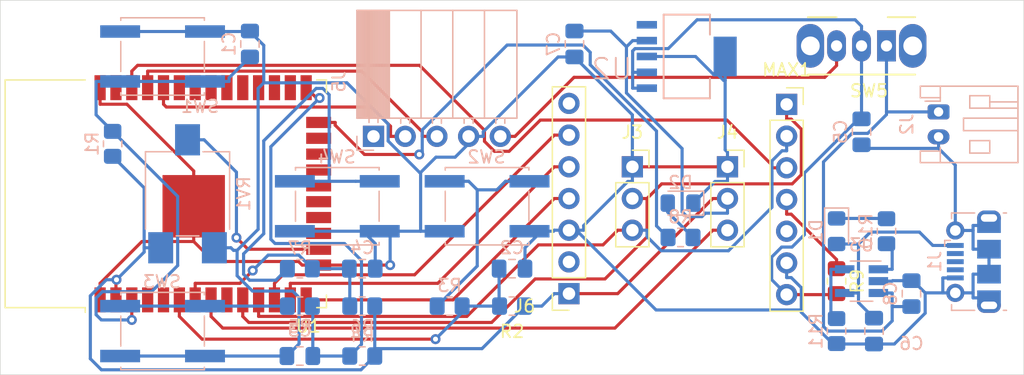
<source format=kicad_pcb>
(kicad_pcb (version 20211014) (generator pcbnew)
  (layers (0 "F.Cu" signal) (31 "B.Cu" signal) (34 "B.Paste" user) (35 "F.Paste" user) (36 "B.SilkS" user "B.Silkscreen") (37 "F.SilkS" user "F.Silkscreen") (38 "B.Mask" user) (39 "F.Mask" user) (44 "Edge.Cuts" user))
  (net 0 "")
  (net 1 "GND")
  (net 2 "Net-(C1-Pad2)")
  (net 3 "MT")
  (net 4 "Net-(C3-Pad1)")
  (net 5 "BT")
  (net 6 "VPP")
  (net 7 "+5V")
  (net 8 "+3V3")
  (net 9 "+BATT")
  (net 10 "Net-(D1-Pad1)")
  (net 14 "LRC")
  (net 15 "BCLK")
  (net 16 "D_MIC")
  (net 18 "RXD0")
  (net 19 "TXD0")
  (net 20 "+5VA")
  (net 22 "Zout")
  (net 23 "Yout")
  (net 24 "Xout")
  (net 26 "D_AMP")
  (net 27 "Net-(MAX1-Pad4)")
  (net 29 "Net-(R3-Pad2)")
  (net 30 "Net-(R5-Pad1)")
  (net 31 "Net-(R7-Pad2)")
  (net 32 "Net-(R10-Pad2)")
  (net 33 "Net-(R11-Pad1)")
  (net 34 "VOL")
  (net 45 "Net-(D2-Pad2)")
  (net 56 "LED")
  (footprint "Connector_PinSocket_2.54mm:PinSocket_1x03_P2.54mm_Vertical" (layer "F.Cu") (at 156.64 72.84)
    (fp_text reference "J3")
    (fp_text value "Conn_01x03_Female")
  )
  (footprint "RF_Module:ESP32-WROOM-32" (layer "F.Cu") (at 122.25 75 90)
    (fp_text reference "U1")
    (fp_text value "ESP32-WROOM-32")
  )
  (footprint "Connector_PinSocket_2.54mm:PinSocket_1x07_P2.54mm_Vertical" (layer "F.Cu") (at 151.56 83 180)
    (fp_text reference "J6")
    (fp_text value "Conn_01x07_Female")
  )
  (footprint "Resistor_SMD:R_0805_2012Metric_Pad1.20x1.40mm_HandSolder" (layer "F.Cu") (at 173 82 -90)
    (fp_text reference "R9")
    (fp_text value "10k")
  )
  (footprint "Button_Switch_THT:SW_CuK_OS102011MA1QN1_SPDT_Angled" (layer "F.Cu") (at 177 63.15 180)
    (fp_text reference "SW5")
    (fp_text value "SW_SPDT")
  )
  (footprint "Connector_PinSocket_2.54mm:PinSocket_1x03_P2.54mm_Vertical" (layer "F.Cu") (at 164.26 72.84)
    (fp_text reference "J4")
    (fp_text value "Conn_01x03_Female")
  )
  (footprint "Connector_PinSocket_2.54mm:PinSocket_1x07_P2.54mm_Vertical" (layer "F.Cu") (at 169 67.84)
    (fp_text reference "MAX1")
    (fp_text value "Conn_01x07_Female")
  )
  (footprint "Resistor_SMD:R_0805_2012Metric_Pad1.20x1.40mm_HandSolder" (layer "B.Cu") (at 130 84)
    (fp_text reference "R5")
    (fp_text value "470")
  )
  (footprint "Package_TO_SOT_SMD:SOT-23-5_HandSoldering" (layer "B.Cu") (at 175 82 180)
    (fp_text reference "U3")
    (fp_text value "MCP73831-2-OT")
  )
  (footprint "Connector_JST:JST_PH_S2B-PH-K_1x02_P2.00mm_Horizontal" (layer "B.Cu") (at 181.1725 68.44 -90)
    (fp_text reference "J2")
    (fp_text value "Conn_01x02_Female")
  )
  (footprint "Capacitor_SMD:C_0805_2012Metric_Pad1.18x1.45mm_HandSolder" (layer "B.Cu") (at 152 63 -90)
    (fp_text reference "C7")
    (fp_text value "10uF")
  )
  (footprint "LED_SMD:LED_0805_2012Metric_Pad1.15x1.40mm_HandSolder" (layer "B.Cu") (at 160.5 75.75 180)
    (fp_text reference "D2")
    (fp_text value "LED")
  )
  (footprint "Capacitor_SMD:C_0805_2012Metric_Pad1.18x1.45mm_HandSolder" (layer "B.Cu") (at 126 63 -90)
    (fp_text reference "C1")
    (fp_text value "100n")
  )
  (footprint "Button_Switch_SMD:SW_SPST_EVQQ2" (layer "B.Cu") (at 119 86 180)
    (fp_text reference "SW3")
    (fp_text value "BOOT")
  )
  (footprint "Button_Switch_SMD:SW_SPST_EVQQ2" (layer "B.Cu") (at 145 76 180)
    (fp_text reference "SW2")
    (fp_text value "MT")
  )
  (footprint "Capacitor_SMD:C_0805_2012Metric_Pad1.18x1.45mm_HandSolder" (layer "B.Cu") (at 179 83 -90)
    (fp_text reference "C8")
    (fp_text value "4.7uF")
  )
  (footprint "Capacitor_SMD:C_0805_2012Metric_Pad1.18x1.45mm_HandSolder" (layer "B.Cu") (at 147 81 180)
    (fp_text reference "C2")
    (fp_text value "100n")
  )
  (footprint "Resistor_SMD:R_0805_2012Metric_Pad1.20x1.40mm_HandSolder" (layer "B.Cu") (at 142 84 180)
    (fp_text reference "R3")
    (fp_text value "5.1k")
  )
  (footprint "Resistor_SMD:R_0805_2012Metric_Pad1.20x1.40mm_HandSolder" (layer "B.Cu") (at 130 81 180)
    (fp_text reference "R7")
    (fp_text value "5.1k")
  )
  (footprint "Connector_USB:USB_Micro-B_Molex-105017-0001" (layer "B.Cu") (at 183.975 80.44 -90)
    (fp_text reference "J1")
    (fp_text value "USB_B_Micro")
  )
  (footprint "Button_Switch_SMD:SW_SPST_EVQQ2" (layer "B.Cu") (at 119 64 180)
    (fp_text reference "SW1")
    (fp_text value "EN")
  )
  (footprint "Capacitor_SMD:C_0805_2012Metric_Pad1.18x1.45mm_HandSolder" (layer "B.Cu") (at 135 81 180)
    (fp_text reference "C4")
    (fp_text value "100n")
  )
  (footprint "Resistor_SMD:R_0805_2012Metric_Pad1.20x1.40mm_HandSolder" (layer "B.Cu") (at 160.5 78.5 180)
    (fp_text reference "R8")
    (fp_text value "470")
  )
  (footprint "Resistor_SMD:R_0805_2012Metric_Pad1.20x1.40mm_HandSolder" (layer "B.Cu") (at 173 86 -90)
    (fp_text reference "R11")
    (fp_text value "3.3k")
  )
  (footprint "Capacitor_SMD:C_0805_2012Metric_Pad1.18x1.45mm_HandSolder" (layer "B.Cu") (at 175 70.0375 -90)
    (fp_text reference "C5")
    (fp_text value "4.7u")
  )
  (footprint "Resistor_SMD:R_0805_2012Metric_Pad1.20x1.40mm_HandSolder" (layer "B.Cu") (at 177 78 -90)
    (fp_text reference "R10")
    (fp_text value "470")
  )
  (footprint "Resistor_SMD:R_0805_2012Metric_Pad1.20x1.40mm_HandSolder" (layer "B.Cu") (at 147 84)
    (fp_text reference "R2")
    (fp_text value "51k")
  )
  (footprint "LED_SMD:LED_0805_2012Metric_Pad1.15x1.40mm_HandSolder" (layer "B.Cu") (at 173 78 -90)
    (fp_text reference "D1")
    (fp_text value "LED")
  )
  (footprint "Resistor_SMD:R_0805_2012Metric_Pad1.20x1.40mm_HandSolder" (layer "B.Cu") (at 135 88 180)
    (fp_text reference "R4")
    (fp_text value "10k")
  )
  (footprint "Button_Switch_SMD:SW_SPST_EVQQ2" (layer "B.Cu") (at 133 76 180)
    (fp_text reference "SW4")
    (fp_text value "BT")
  )
  (footprint "Connector_PinSocket_2.54mm:PinSocket_1x05_P2.54mm_Horizontal" (layer "B.Cu") (at 135.9 70.4 -90)
    (fp_text reference "J5")
    (fp_text value "Conn_01x05_Female")
  )
  (footprint "MCP1825T-3302E_DC:SOT230P700X180-6N" (layer "B.Cu") (at 161 64)
    (fp_text reference "U2")
    (fp_text value "MCP1825T-3302E/DC")
  )
  (footprint "Capacitor_SMD:C_0805_2012Metric_Pad1.18x1.45mm_HandSolder" (layer "B.Cu") (at 130 88 180)
    (fp_text reference "C3")
    (fp_text value "100n")
  )
  (footprint "Resistor_SMD:R_0805_2012Metric_Pad1.20x1.40mm_HandSolder" (layer "B.Cu") (at 135 84)
    (fp_text reference "R6")
    (fp_text value "51k")
  )
  (footprint "Resistor_SMD:R_0805_2012Metric_Pad1.20x1.40mm_HandSolder" (layer "B.Cu") (at 115 71 -90)
    (fp_text reference "R1")
    (fp_text value "10k")
  )
  (footprint "Capacitor_SMD:C_0805_2012Metric_Pad1.18x1.45mm_HandSolder" (layer "B.Cu") (at 176 86 -90)
    (fp_text reference "C6")
    (fp_text value "4.7uF")
  )
  (footprint "Potentiometer_SMD:Potentiometer_ACP_CA6-VSMD_Vertical" (layer "B.Cu") (at 121 75 90)
    (fp_text reference "RV1")
    (fp_text value "R_Potentiometer")
  )
  (gr_rect (start 106 59.5) (end 188 89.5) (layer "Edge.Cuts") (width 0.05) (fill none))
  (segment (start 113.995 82.1741) (end 117.3438 78.8253) (width 0.25) (layer "F.Cu") (net 1))
  (segment (start 123.0955 80.4258) (end 121.495 78.8253) (width 0.25) (layer "F.Cu") (net 1))
  (segment (start 113.995 67.8253) (end 116.1456 67.8253) (width 0.25) (layer "F.Cu") (net 1))
  (segment (start 131.505 80.715) (end 130.1797 80.715) (width 0.25) (layer "F.Cu") (net 1))
  (segment (start 121.495 76) (end 121.495 78.8253) (width 0.25) (layer "F.Cu") (net 1))
  (segment (start 113.995 82.1747) (end 113.995 82.1741) (width 0.25) (layer "F.Cu") (net 1))
  (segment (start 113.995 83.5) (end 113.995 82.1747) (width 0.25) (layer "F.Cu") (net 1))
  (segment (start 131.505 80.715) (end 137.233 80.715) (width 0.25) (layer "F.Cu") (net 1))
  (segment (start 117.3438 78.8253) (end 121.495 78.8253) (width 0.25) (layer "F.Cu") (net 1))
  (segment (start 121.495 76) (end 121.495 73.1747) (width 0.25) (layer "F.Cu") (net 1))
  (segment (start 129.8905 80.4258) (end 123.0955 80.4258) (width 0.25) (layer "F.Cu") (net 1))
  (segment (start 130.1797 80.715) (end 129.8905 80.4258) (width 0.25) (layer "F.Cu") (net 1))
  (segment (start 113.995 66.5) (end 113.995 67.8253) (width 0.25) (layer "F.Cu") (net 1))
  (segment (start 164.26 72.84) (end 156.64 72.84) (width 0.25) (layer "F.Cu") (net 1))
  (segment (start 116.1456 67.8253) (end 121.495 73.1747) (width 0.25) (layer "F.Cu") (net 1))
  (via (at 137.233 80.715) (size 0.8) (drill 0.4) (layers "F.Cu" "B.Cu") (net 1))
  (segment (start 185.2125 81.44) (end 185.2125 80.3647) (width 0.25) (layer "B.Cu") (net 1))
  (segment (start 164.0734 71.4781) (end 164.26 71.6647) (width 0.25) (layer "B.Cu") (net 1))
  (segment (start 127.1058 63.1058) (end 126 62) (width 0.25) (layer "B.Cu") (net 1))
  (segment (start 135.4374 78) (end 135.0494 78) (width 0.25) (layer "B.Cu") (net 1))
  (segment (start 139.6747 73.2937) (end 139.5918 73.2937) (width 0.25) (layer "B.Cu") (net 1))
  (segment (start 163.947 65.9128) (end 163.4967 65.4625) (width 0.25) (layer "B.Cu") (net 1))
  (segment (start 169.3674 81.7153) (end 170.1753 82.5232) (width 0.25) (layer "B.Cu") (net 1))
  (segment (start 170.1753 82.5232) (end 170.1753 84.3099) (width 0.25) (layer "B.Cu") (net 1))
  (segment (start 185.2125 83.34) (end 183.9372 83.34) (width 0.25) (layer "B.Cu") (net 1))
  (segment (start 173 87) (end 173.0375 87.0375) (width 0.25) (layer "B.Cu") (net 1))
  (segment (start 124.9721 79.5317) (end 126.6555 77.8483) (width 0.25) (layer "B.Cu") (net 1))
  (segment (start 129.9358 83.3094) (end 129.9358 87.0267) (width 0.25) (layer "B.Cu") (net 1))
  (segment (start 183.9372 77.94) (end 183.9372 77.54) (width 0.25) (layer "B.Cu") (net 1))
  (segment (start 164.0734 65.9128) (end 163.947 65.9128) (width 0.25) (layer "B.Cu") (net 1))
  (segment (start 126.6555 77.8483) (end 126.6555 66.5585) (width 0.25) (layer "B.Cu") (net 1))
  (segment (start 182.5125 77.94) (end 183.9372 77.94) (width 0.25) (layer "B.Cu") (net 1))
  (segment (start 184.5749 79.44) (end 185.2124 80.0775) (width 0.25) (layer "B.Cu") (net 1))
  (segment (start 122.4 62) (end 124.3253 62) (width 0.25) (layer "B.Cu") (net 1))
  (segment (start 176.35 82) (end 177.4553 82) (width 0.25) (layer "B.Cu") (net 1))
  (segment (start 124.9721 79.5317) (end 124.9721 81.5666) (width 0.25) (layer "B.Cu") (net 1))
  (segment (start 185.2125 79.44) (end 184.5749 79.44) (width 0.25) (layer "B.Cu") (net 1))
  (segment (start 183.9372 82.94) (end 183.9372 81.44) (width 0.25) (layer "B.Cu") (net 1))
  (segment (start 143.52 70.4) (end 144.1077 70.4) (width 0.25) (layer "B.Cu") (net 1))
  (segment (start 123.15 79.325) (end 124.4753 79.325) (width 0.25) (layer "B.Cu") (net 1))
  (segment (start 182.5125 72.7053) (end 181.1725 71.3653) (width 0.25) (layer "B.Cu") (net 1))
  (segment (start 126 62) (end 126 61.9625) (width 0.25) (layer "B.Cu") (net 1))
  (segment (start 161.7017 64) (end 157.7996 64) (width 0.25) (layer "B.Cu") (net 1))
  (segment (start 137.233 78) (end 139.6747 78) (width 0.25) (layer "B.Cu") (net 1))
  (segment (start 184.5749 77.54) (end 184.6125 77.54) (width 0.25) (layer "B.Cu") (net 1))
  (segment (start 150.3253 78) (end 150.3253 77.9794) (width 0.25) (layer "B.Cu") (net 1))
  (segment (start 170.1753 84.3099) (end 170.1753 84.4947) (width 0.25) (layer "B.Cu") (net 1))
  (segment (start 185.2125 81.44) (end 183.9372 81.44) (width 0.25) (layer "B.Cu") (net 1))
  (segment (start 184.5749 77.54) (end 183.9372 77.54) (width 0.25) (layer "B.Cu") (net 1))
  (segment (start 149.3627 78) (end 148.0375 79.3252) (width 0.25) (layer "B.Cu") (net 1))
  (segment (start 177.4928 81.9625) (end 177.4553 82) (width 0.25) (layer "B.Cu") (net 1))
  (segment (start 180.0991 82.94) (end 179.1216 81.9625) (width 0.25) (layer "B.Cu") (net 1))
  (segment (start 136.4 78) (end 137.233 78) (width 0.25) (layer "B.Cu") (net 1))
  (segment (start 181.5122 82.94) (end 182.5125 82.94) (width 0.25) (layer "B.Cu") (net 1))
  (segment (start 184.5749 79.44) (end 183.9372 79.44) (width 0.25) (layer "B.Cu") (net 1))
  (segment (start 137.0754 69.4153) (end 133.7683 66.1082) (width 0.25) (layer "B.Cu") (net 1))
  (segment (start 164.26 72.84) (end 164.26 71.6647) (width 0.25) (layer "B.Cu") (net 1))
  (segment (start 144.1077 70.4) (end 142.4397 72.068) (width 0.25) (layer "B.Cu") (net 1))
  (segment (start 183.9372 83.34) (end 183.9372 82.94) (width 0.25) (layer "B.Cu") (net 1))
  (segment (start 172.6806 87) (end 173 87) (width 0.25) (layer "B.Cu") (net 1))
  (segment (start 137.0754 70.7773) (end 137.0754 69.4153) (width 0.25) (layer "B.Cu") (net 1))
  (segment (start 156.64 72.84) (end 156.64 68.6775) (width 0.25) (layer "B.Cu") (net 1))
  (segment (start 152.7353 77.92) (end 152.7353 77.5527) (width 0.25) (layer "B.Cu") (net 1))
  (segment (start 185.2124 80.3647) (end 185.2125 80.3647) (width 0.25) (layer "B.Cu") (net 1))
  (segment (start 144.6953 70.0327) (end 150.6905 64.0375) (width 0.25) (layer "B.Cu") (net 1))
  (segment (start 163.1642 65.4625) (end 161.7017 64) (width 0.25) (layer "B.Cu") (net 1))
  (segment (start 150.9724 77.92) (end 150.3847 77.92) (width 0.25) (layer "B.Cu") (net 1))
  (segment (start 156.2727 74.0153) (end 156.64 74.0153) (width 0.25) (layer "B.Cu") (net 1))
  (segment (start 135.0494 78) (end 129.6 78) (width 0.25) (layer "B.Cu") (net 1))
  (segment (start 181.1725 71.3653) (end 175.2903 71.3653) (width 0.25) (layer "B.Cu") (net 1))
  (segment (start 136.0375 78.9881) (end 135.0494 78) (width 0.25) (layer "B.Cu") (net 1))
  (segment (start 124.9721 79.5317) (end 124.682 79.5317) (width 0.25) (layer "B.Cu") (net 1))
  (segment (start 124.3253 62) (end 126 62) (width 0.25) (layer "B.Cu") (net 1))
  (segment (start 133.7683 66.1082) (end 127.1058 66.1082) (width 0.25) (layer "B.Cu") (net 1))
  (segment (start 137.233 78) (end 137.233 80.715) (width 0.25) (layer "B.Cu") (net 1))
  (segment (start 127.1058 66.1082) (end 127.1058 63.1058) (width 0.25) (layer "B.Cu") (net 1))
  (segment (start 129.4224 82.796) (end 129.9358 83.3094) (width 0.25) (layer "B.Cu") (net 1))
  (segment (start 144.1077 70.4) (end 144.6953 70.4) (width 0.25) (layer "B.Cu") (net 1))
  (segment (start 164.26 72.84) (end 164.26 74.0153) (width 0.25) (layer "B.Cu") (net 1))
  (segment (start 124.682 79.5317) (end 124.4753 79.325) (width 0.25) (layer "B.Cu") (net 1))
  (segment (start 163.4967 65.4625) (end 163.1642 65.4625) (width 0.25) (layer "B.Cu") (net 1))
  (segment (start 161.525 75.75) (end 163.2597 74.0153) (width 0.25) (layer "B.Cu") (net 1))
  (segment (start 128.9625 88) (end 122.4 88) (width 0.25) (layer "B.Cu") (net 1))
  (segment (start 183.9372 79.44) (end 183.9372 77.94) (width 0.25) (layer "B.Cu") (net 1))
  (segment (start 185.2124 80.0775) (end 185.2124 80.3647) (width 0.25) (layer "B.Cu") (net 1))
  (segment (start 176 87.0375) (end 177.6274 87.0375) (width 0.25) (layer "B.Cu") (net 1))
  (segment (start 181.1725 70.44) (end 181.1725 71.3653) (width 0.25) (layer "B.Cu") (net 1))
  (segment (start 164.0734 64) (end 164.0734 65.9128) (width 0.25) (layer "B.Cu") (net 1))
  (segment (start 184.6125 77.54) (end 185.2125 76.94) (width 0.25) (layer "B.Cu") (net 1))
  (segment (start 124.9721 81.5666) (end 126.2015 82.796) (width 0.25) (layer "B.Cu") (net 1))
  (segment (start 152.1477 77.92) (end 158.5376 84.3099) (width 0.25) (layer "B.Cu") (net 1))
  (segment (start 185.2125 83.94) (end 185.2125 83.34) (width 0.25) (layer "B.Cu") (net 1))
  (segment (start 183.9372 82.94) (end 182.5125 82.94) (width 0.25) (layer "B.Cu") (net 1))
  (segment (start 148.4 78) (end 149.3627 78) (width 0.25) (layer "B.Cu") (net 1))
  (segment (start 185.2125 77.54) (end 184.6125 77.54) (width 0.25) (layer "B.Cu") (net 1))
  (segment (start 136.0375 81) (end 136.0375 78.9881) (width 0.25) (layer "B.Cu") (net 1))
  (segment (start 170.1753 84.4947) (end 172.6806 87) (width 0.25) (layer "B.Cu") (net 1))
  (segment (start 141.6 78) (end 139.6747 78) (width 0.25) (layer "B.Cu") (net 1))
  (segment (start 150.9724 77.92) (end 151.56 77.92) (width 0.25) (layer "B.Cu") (net 1))
  (segment (start 115.6 88) (end 122.4 88) (width 0.25) (layer "B.Cu") (net 1))
  (segment (start 139.6747 73.2937) (end 139.6747 78) (width 0.25) (layer "B.Cu") (net 1))
  (segment (start 148.0375 79.3252) (end 148.0375 81) (width 0.25) (layer "B.Cu") (net 1))
  (segment (start 115.6 62) (end 122.4 62) (width 0.25) (layer "B.Cu") (net 1))
  (segment (start 150.3253 77.9794) (end 150.3847 77.92) (width 0.25) (layer "B.Cu") (net 1))
  (segment (start 126.2015 82.796) (end 129.4224 82.796) (width 0.25) (layer "B.Cu") (net 1))
  (segment (start 175.2903 71.3653) (end 175 71.075) (width 0.25) (layer "B.Cu") (net 1))
  (segment (start 151.56 77.92) (end 152.1477 77.92) (width 0.25) (layer "B.Cu") (net 1))
  (segment (start 156.64 68.6775) (end 152 64.0375) (width 0.25) (layer "B.Cu") (net 1))
  (segment (start 173.0375 87.0375) (end 176 87.0375) (width 0.25) (layer "B.Cu") (net 1))
  (segment (start 149.3627 78) (end 150.3253 78) (width 0.25) (layer "B.Cu") (net 1))
  (segment (start 150.6905 64.0375) (end 152 64.0375) (width 0.25) (layer "B.Cu") (net 1))
  (segment (start 182.5125 77.94) (end 182.5125 72.7053) (width 0.25) (layer "B.Cu") (net 1))
  (segment (start 158.5376 84.3099) (end 170.1753 84.3099) (width 0.25) (layer "B.Cu") (net 1))
  (segment (start 142.4397 72.068) (end 140.9004 72.068) (width 0.25) (layer "B.Cu") (net 1))
  (segment (start 179 81.9625) (end 177.4928 81.9625) (width 0.25) (layer "B.Cu") (net 1))
  (segment (start 139.5918 73.2937) (end 137.0754 70.7773) (width 0.25) (layer "B.Cu") (net 1))
  (segment (start 126.6555 66.5585) (end 127.1058 66.1082) (width 0.25) (layer "B.Cu") (net 1))
  (segment (start 135.4374 78) (end 136.4 78) (width 0.25) (layer "B.Cu") (net 1))
  (segment (start 144.6953 70.4) (end 144.6953 70.0327) (width 0.25) (layer "B.Cu") (net 1))
  (segment (start 140.9004 72.068) (end 139.6747 73.2937) (width 0.25) (layer "B.Cu") (net 1))
  (segment (start 180.0991 84.5658) (end 180.0991 82.94) (width 0.25) (layer "B.Cu") (net 1))
  (segment (start 169 81.7153) (end 169.3674 81.7153) (width 0.25) (layer "B.Cu") (net 1))
  (segment (start 182.5125 81.74) (end 181.5122 81.74) (width 0.25) (layer "B.Cu") (net 1))
  (segment (start 152.7353 77.5527) (end 156.2727 74.0153) (width 0.25) (layer "B.Cu") (net 1))
  (segment (start 163.2597 74.0153) (end 164.26 74.0153) (width 0.25) (layer "B.Cu") (net 1))
  (segment (start 180.0991 82.94) (end 181.5122 82.94) (width 0.25) (layer "B.Cu") (net 1))
  (segment (start 181.5122 82.94) (end 181.5122 81.74) (width 0.25) (layer "B.Cu") (net 1))
  (segment (start 152.1477 77.92) (end 152.7353 77.92) (width 0.25) (layer "B.Cu") (net 1))
  (segment (start 179.1216 81.9625) (end 179 81.9625) (width 0.25) (layer "B.Cu") (net 1))
  (segment (start 164.0734 65.9128) (end 164.0734 71.4781) (width 0.25) (layer "B.Cu") (net 1))
  (segment (start 156.64 73.4098) (end 156.64 72.84) (width 0.25) (layer "B.Cu") (net 1))
  (segment (start 177.6274 87.0375) (end 180.0991 84.5658) (width 0.25) (layer "B.Cu") (net 1))
  (segment (start 129.9358 87.0267) (end 128.9625 88) (width 0.25) (layer "B.Cu") (net 1))
  (segment (start 169 80.54) (end 169 81.7153) (width 0.25) (layer "B.Cu") (net 1))
  (segment (start 156.64 73.4098) (end 156.64 74.0153) (width 0.25) (layer "B.Cu") (net 1))
  (segment (start 116.535 85.1074) (end 116.535 83.5) (width 0.25) (layer "F.Cu") (net 2))
  (via (at 116.535 85.1074) (size 0.8) (drill 0.4) (layers "F.Cu" "B.Cu") (net 2))
  (segment (start 115.6 66) (end 122.4 66) (width 0.25) (layer "B.Cu") (net 2))
  (segment (start 120.2096 80.751) (end 120.2096 75.2096) (width 0.25) (layer "B.Cu") (net 2))
  (segment (start 113.6746 83.3507) (end 114.1815 82.8438) (width 0.25) (layer "B.Cu") (net 2))
  (segment (start 122.4 66) (end 124.3253 66) (width 0.25) (layer "B.Cu") (net 2))
  (segment (start 113.6746 84.6885) (end 113.6746 83.3507) (width 0.25) (layer "B.Cu") (net 2))
  (segment (start 114.0935 85.1074) (end 113.6746 84.6885) (width 0.25) (layer "B.Cu") (net 2))
  (segment (start 124.3253 65.7122) (end 126 64.0375) (width 0.25) (layer "B.Cu") (net 2))
  (segment (start 115.6 66) (end 113.6747 66) (width 0.25) (layer "B.Cu") (net 2))
  (segment (start 120.2096 75.2096) (end 115 70) (width 0.25) (layer "B.Cu") (net 2))
  (segment (start 116.535 85.1074) (end 114.0935 85.1074) (width 0.25) (layer "B.Cu") (net 2))
  (segment (start 118.1168 82.8438) (end 120.2096 80.751) (width 0.25) (layer "B.Cu") (net 2))
  (segment (start 113.6747 68.6747) (end 115 70) (width 0.25) (layer "B.Cu") (net 2))
  (segment (start 124.3253 66) (end 124.3253 65.7122) (width 0.25) (layer "B.Cu") (net 2))
  (segment (start 113.6747 66) (end 113.6747 68.6747) (width 0.25) (layer "B.Cu") (net 2))
  (segment (start 114.1815 82.8438) (end 118.1168 82.8438) (width 0.25) (layer "B.Cu") (net 2))
  (segment (start 120.345 83.5) (end 120.345 84.8253) (width 0.25) (layer "F.Cu") (net 3))
  (segment (start 120.345 84.8253) (end 122.1675 86.6478) (width 0.25) (layer "F.Cu") (net 3))
  (segment (start 122.1675 86.6478) (end 140.8679 86.6478) (width 0.25) (layer "F.Cu") (net 3))
  (via (at 140.8679 86.6478) (size 0.8) (drill 0.4) (layers "F.Cu" "B.Cu") (net 3))
  (segment (start 145.9625 83.9625) (end 145.9625 81) (width 0.25) (layer "B.Cu") (net 3))
  (segment (start 146 84) (end 145.9625 83.9625) (width 0.25) (layer "B.Cu") (net 3))
  (segment (start 143 84) (end 143 84.5157) (width 0.25) (layer "B.Cu") (net 3))
  (segment (start 145.9625 83.9625) (end 145.925 84) (width 0.25) (layer "B.Cu") (net 3))
  (segment (start 145.925 84) (end 143 84) (width 0.25) (layer "B.Cu") (net 3))
  (segment (start 143 84.5157) (end 140.8679 86.6478) (width 0.25) (layer "B.Cu") (net 3))
  (segment (start 131.3301 67.3251) (end 130.505 66.5) (width 0.25) (layer "F.Cu") (net 4))
  (segment (start 131.5793 67.3251) (end 131.3301 67.3251) (width 0.25) (layer "F.Cu") (net 4))
  (via (at 131.5793 67.3251) (size 0.8) (drill 0.4) (layers "F.Cu" "B.Cu") (net 4))
  (segment (start 127.6746 78.6463) (end 127.6746 71.2298) (width 0.25) (layer "B.Cu") (net 4))
  (segment (start 131.0375 88) (end 134 88) (width 0.25) (layer "B.Cu") (net 4))
  (segment (start 134.9375 80.3456) (end 133.5767 78.9848) (width 0.25) (layer "B.Cu") (net 4))
  (segment (start 128.0131 78.9848) (end 127.6746 78.6463) (width 0.25) (layer "B.Cu") (net 4))
  (segment (start 133.5767 78.9848) (end 128.0131 78.9848) (width 0.25) (layer "B.Cu") (net 4))
  (segment (start 131.0375 84.0375) (end 131 84) (width 0.25) (layer "B.Cu") (net 4))
  (segment (start 127.6746 71.2298) (end 131.5793 67.3251) (width 0.25) (layer "B.Cu") (net 4))
  (segment (start 134.9375 87.0625) (end 134.9375 80.3456) (width 0.25) (layer "B.Cu") (net 4))
  (segment (start 134 88) (end 134.9375 87.0625) (width 0.25) (layer "B.Cu") (net 4))
  (segment (start 131.0375 88) (end 131.0375 84.0375) (width 0.25) (layer "B.Cu") (net 4))
  (segment (start 125.1977 82.1747) (end 126.2213 81.1511) (width 0.25) (layer "F.Cu") (net 5))
  (segment (start 121.615 83.5) (end 121.615 82.1747) (width 0.25) (layer "F.Cu") (net 5))
  (segment (start 121.615 82.1747) (end 125.1977 82.1747) (width 0.25) (layer "F.Cu") (net 5))
  (via (at 126.2213 81.1511) (size 0.8) (drill 0.4) (layers "F.Cu" "B.Cu") (net 5))
  (segment (start 129.9132 79.9132) (end 131 81) (width 0.25) (layer "B.Cu") (net 5))
  (segment (start 127.4592 79.9132) (end 129.9132 79.9132) (width 0.25) (layer "B.Cu") (net 5))
  (segment (start 126.2213 81.1511) (end 127.4592 79.9132) (width 0.25) (layer "B.Cu") (net 5))
  (segment (start 131 81) (end 133.9625 81) (width 0.25) (layer "B.Cu") (net 5))
  (segment (start 134 84) (end 134 81.0375) (width 0.25) (layer "B.Cu") (net 5))
  (segment (start 134 81.0375) (end 133.9625 81) (width 0.25) (layer "B.Cu") (net 5))
  (segment (start 172.92 83.08) (end 173 83) (width 0.25) (layer "F.Cu") (net 6))
  (segment (start 169 83.08) (end 172.92 83.08) (width 0.25) (layer "F.Cu") (net 6))
  (segment (start 167.7999 80.0717) (end 168.6016 79.27) (width 0.25) (layer "B.Cu") (net 6))
  (segment (start 159.5158 63.3699) (end 156.852 63.3699) (width 0.25) (layer "B.Cu") (net 6))
  (segment (start 156.6615 65.27) (end 156.6615 66.54) (width 0.25) (layer "B.Cu") (net 6))
  (segment (start 156.852 63.3699) (end 156.6615 63.5604) (width 0.25) (layer "B.Cu") (net 6))
  (segment (start 157.6949 66.54) (end 157.7996 66.54) (width 0.25) (layer "B.Cu") (net 6))
  (segment (start 168.6016 79.27) (end 169.4323 79.27) (width 0.25) (layer "B.Cu") (net 6))
  (segment (start 175 69) (end 175 63.15) (width 0.25) (layer "B.Cu") (net 6))
  (segment (start 169.4323 79.27) (end 170.4239 78.2784) (width 0.25) (layer "B.Cu") (net 6))
  (segment (start 169 83.08) (end 167.7999 81.8799) (width 0.25) (layer "B.Cu") (net 6))
  (segment (start 156.6615 63.5604) (end 156.6615 65.27) (width 0.25) (layer "B.Cu") (net 6))
  (segment (start 174.7619 69) (end 175 69) (width 0.25) (layer "B.Cu") (net 6))
  (segment (start 157.7996 65.27) (end 156.6615 65.27) (width 0.25) (layer "B.Cu") (net 6))
  (segment (start 170.4239 73.338) (end 174.7619 69) (width 0.25) (layer "B.Cu") (net 6))
  (segment (start 157.6949 66.54) (end 156.6615 66.54) (width 0.25) (layer "B.Cu") (net 6))
  (segment (start 175 63.15) (end 175 61.5747) (width 0.25) (layer "B.Cu") (net 6))
  (segment (start 167.7999 81.8799) (end 167.7999 80.0717) (width 0.25) (layer "B.Cu") (net 6))
  (segment (start 174.4865 61.0612) (end 161.8245 61.0612) (width 0.25) (layer "B.Cu") (net 6))
  (segment (start 161.8245 61.0612) (end 159.5158 63.3699) (width 0.25) (layer "B.Cu") (net 6))
  (segment (start 170.4239 78.2784) (end 170.4239 73.338) (width 0.25) (layer "B.Cu") (net 6))
  (segment (start 175 61.5747) (end 174.4865 61.0612) (width 0.25) (layer "B.Cu") (net 6))
  (segment (start 179.6393 78.0694) (end 175.7109 78.0694) (width 0.25) (layer "B.Cu") (net 7))
  (segment (start 174.7553 83.7178) (end 174.7553 82.95) (width 0.25) (layer "B.Cu") (net 7))
  (segment (start 175.7109 78.0694) (end 174.7553 79.025) (width 0.25) (layer "B.Cu") (net 7))
  (segment (start 173.65 82.95) (end 174.7553 82.95) (width 0.25) (layer "B.Cu") (net 7))
  (segment (start 174.7553 79.025) (end 173 79.025) (width 0.25) (layer "B.Cu") (net 7))
  (segment (start 180.7099 79.14) (end 179.6393 78.0694) (width 0.25) (layer "B.Cu") (net 7))
  (segment (start 182.5125 79.14) (end 180.7099 79.14) (width 0.25) (layer "B.Cu") (net 7))
  (segment (start 174.7553 79.025) (end 174.7553 82.95) (width 0.25) (layer "B.Cu") (net 7))
  (segment (start 176 84.9625) (end 174.7553 83.7178) (width 0.25) (layer "B.Cu") (net 7))
  (segment (start 164.26 75.38) (end 163.0847 75.38) (width 0.25) (layer "F.Cu") (net 8))
  (segment (start 115.265 83.5) (end 115.265 81.9298) (width 0.25) (layer "F.Cu") (net 8))
  (segment (start 155.4647 83) (end 163.0847 75.38) (width 0.25) (layer "F.Cu") (net 8))
  (segment (start 151.56 83) (end 155.4647 83) (width 0.25) (layer "F.Cu") (net 8))
  (segment (start 115.265 81.9298) (end 115.3082 81.8866) (width 0.25) (layer "F.Cu") (net 8))
  (via (at 115.3082 81.8866) (size 0.8) (drill 0.4) (layers "F.Cu" "B.Cu") (net 8))
  (segment (start 162.49 76.5553) (end 162.2166 76.8287) (width 0.25) (layer "B.Cu") (net 8))
  (segment (start 117.5247 79.325) (end 117.5247 79.6701) (width 0.25) (layer "B.Cu") (net 8))
  (segment (start 144.5936 87.4064) (end 148 84) (width 0.25) (layer "B.Cu") (net 8))
  (segment (start 156.1657 63.2258) (end 154.9024 61.9625) (width 0.25) (layer "B.Cu") (net 8))
  (segment (start 164.26 76.5553) (end 162.49 76.5553) (width 0.25) (layer "B.Cu") (net 8))
  (segment (start 160.6237 76.4386) (end 160.6237 71.3795) (width 0.25) (layer "B.Cu") (net 8))
  (segment (start 114.5018 81.8866) (end 113.2128 83.1756) (width 0.25) (layer "B.Cu") (net 8))
  (segment (start 160.6237 71.3795) (end 156.1657 66.9215) (width 0.25) (layer "B.Cu") (net 8))
  (segment (start 136 87.4064) (end 144.5936 87.4064) (width 0.25) (layer "B.Cu") (net 8))
  (segment (start 157.7996 62.73) (end 156.6615 62.73) (width 0.25) (layer "B.Cu") (net 8))
  (segment (start 148 84) (end 149.3847 84) (width 0.25) (layer "B.Cu") (net 8))
  (segment (start 161.0138 76.8287) (end 160.6237 76.4386) (width 0.25) (layer "B.Cu") (net 8))
  (segment (start 113.2128 88.2159) (end 114.0992 89.1023) (width 0.25) (layer "B.Cu") (net 8))
  (segment (start 115 72) (end 117.5247 74.5247) (width 0.25) (layer "B.Cu") (net 8))
  (segment (start 115.3082 81.8866) (end 114.5018 81.8866) (width 0.25) (layer "B.Cu") (net 8))
  (segment (start 156.1657 63.2258) (end 156.6615 62.73) (width 0.25) (layer "B.Cu") (net 8))
  (segment (start 118.85 79.325) (end 117.5247 79.325) (width 0.25) (layer "B.Cu") (net 8))
  (segment (start 136 88) (end 136 87.4064) (width 0.25) (layer "B.Cu") (net 8))
  (segment (start 136 87.4064) (end 136 84) (width 0.25) (layer "B.Cu") (net 8))
  (segment (start 151.56 83) (end 150.3847 83) (width 0.25) (layer "B.Cu") (net 8))
  (segment (start 164.26 75.38) (end 164.26 76.5553) (width 0.25) (layer "B.Cu") (net 8))
  (segment (start 156.1657 66.9215) (end 156.1657 63.2258) (width 0.25) (layer "B.Cu") (net 8))
  (segment (start 162.2166 76.8287) (end 161.0138 76.8287) (width 0.25) (layer "B.Cu") (net 8))
  (segment (start 114.0992 89.1023) (end 134.8977 89.1023) (width 0.25) (layer "B.Cu") (net 8))
  (segment (start 117.5247 79.6701) (end 115.3082 81.8866) (width 0.25) (layer "B.Cu") (net 8))
  (segment (start 154.9024 61.9625) (end 152 61.9625) (width 0.25) (layer "B.Cu") (net 8))
  (segment (start 113.2128 83.1756) (end 113.2128 88.2159) (width 0.25) (layer "B.Cu") (net 8))
  (segment (start 134.8977 89.1023) (end 136 88) (width 0.25) (layer "B.Cu") (net 8))
  (segment (start 149.3847 84) (end 150.3847 83) (width 0.25) (layer "B.Cu") (net 8))
  (segment (start 117.5247 74.5247) (end 117.5247 79.325) (width 0.25) (layer "B.Cu") (net 8))
  (segment (start 172.3175 86) (end 171.9523 85.6348) (width 0.25) (layer "B.Cu") (net 9))
  (segment (start 177.4553 84.0375) (end 179 84.0375) (width 0.25) (layer "B.Cu") (net 9))
  (segment (start 177.4553 85.1845) (end 176.6398 86) (width 0.25) (layer "B.Cu") (net 9))
  (segment (start 174.2377 70.1611) (end 175.4942 70.1611) (width 0.25) (layer "B.Cu") (net 9))
  (segment (start 181.1725 68.44) (end 177 68.44) (width 0.25) (layer "B.Cu") (net 9))
  (segment (start 171.9523 72.4465) (end 174.2377 70.1611) (width 0.25) (layer "B.Cu") (net 9))
  (segment (start 176.35 82.95) (end 177.4553 82.95) (width 0.25) (layer "B.Cu") (net 9))
  (segment (start 177 68.44) (end 177 63.15) (width 0.25) (layer "B.Cu") (net 9))
  (segment (start 171.9523 85.6348) (end 171.9523 72.4465) (width 0.25) (layer "B.Cu") (net 9))
  (segment (start 177.4553 84.0375) (end 177.4553 85.1845) (width 0.25) (layer "B.Cu") (net 9))
  (segment (start 175.4942 70.1611) (end 177 68.6553) (width 0.25) (layer "B.Cu") (net 9))
  (segment (start 177 68.6553) (end 177 68.44) (width 0.25) (layer "B.Cu") (net 9))
  (segment (start 176.6398 86) (end 172.3175 86) (width 0.25) (layer "B.Cu") (net 9))
  (segment (start 177.4553 82.95) (end 177.4553 84.0375) (width 0.25) (layer "B.Cu") (net 9))
  (segment (start 176.975 76.975) (end 173 76.975) (width 0.25) (layer "B.Cu") (net 10))
  (segment (start 177 77) (end 176.975 76.975) (width 0.25) (layer "B.Cu") (net 10))
  (segment (start 125.9105 85.3108) (end 125.425 84.8253) (width 0.25) (layer "F.Cu") (net 14))
  (segment (start 148.8517 81.8246) (end 145.3655 85.3108) (width 0.25) (layer "F.Cu") (net 14))
  (segment (start 157.8153 75.38) (end 157.8153 78.4533) (width 0.25) (layer "F.Cu") (net 14))
  (segment (start 169 67.84) (end 169 69.0153) (width 0.25) (layer "F.Cu") (net 14))
  (segment (start 170.1777 69.8257) (end 170.1777 73.4757) (width 0.25) (layer "F.Cu") (net 14))
  (segment (start 157.8153 78.4533) (end 154.444 81.8246) (width 0.25) (layer "F.Cu") (net 14))
  (segment (start 169.3673 69.0153) (end 170.1777 69.8257) (width 0.25) (layer "F.Cu") (net 14))
  (segment (start 169 69.0153) (end 169.3673 69.0153) (width 0.25) (layer "F.Cu") (net 14))
  (segment (start 169.4487 74.2047) (end 158.9906 74.2047) (width 0.25) (layer "F.Cu") (net 14))
  (segment (start 154.444 81.8246) (end 148.8517 81.8246) (width 0.25) (layer "F.Cu") (net 14))
  (segment (start 145.3655 85.3108) (end 125.9105 85.3108) (width 0.25) (layer "F.Cu") (net 14))
  (segment (start 156.64 75.38) (end 157.7027 75.38) (width 0.25) (layer "F.Cu") (net 14))
  (segment (start 157.7027 75.38) (end 157.8153 75.38) (width 0.25) (layer "F.Cu") (net 14))
  (segment (start 125.425 83.5) (end 125.425 84.8253) (width 0.25) (layer "F.Cu") (net 14))
  (segment (start 158.9906 74.2047) (end 157.8153 75.38) (width 0.25) (layer "F.Cu") (net 14))
  (segment (start 170.1777 73.4757) (end 169.4487 74.2047) (width 0.25) (layer "F.Cu") (net 14))
  (segment (start 155.4647 77.92) (end 154.2894 79.0953) (width 0.25) (layer "F.Cu") (net 15))
  (segment (start 154.2894 79.0953) (end 149.1127 79.0953) (width 0.25) (layer "F.Cu") (net 15))
  (segment (start 149.1127 79.0953) (end 143.3827 84.8253) (width 0.25) (layer "F.Cu") (net 15))
  (segment (start 126.695 83.5) (end 126.695 84.8253) (width 0.25) (layer "F.Cu") (net 15))
  (segment (start 156.64 77.92) (end 155.4647 77.92) (width 0.25) (layer "F.Cu") (net 15))
  (segment (start 143.3827 84.8253) (end 126.695 84.8253) (width 0.25) (layer "F.Cu") (net 15))
  (segment (start 158.9465 79.5654) (end 157.8153 78.4342) (width 0.25) (layer "B.Cu") (net 15))
  (segment (start 164.3367 79.5654) (end 158.9465 79.5654) (width 0.25) (layer "B.Cu") (net 15))
  (segment (start 167.8247 76.0774) (end 164.3367 79.5654) (width 0.25) (layer "B.Cu") (net 15))
  (segment (start 168.6326 71.5553) (end 167.8247 72.3632) (width 0.25) (layer "B.Cu") (net 15))
  (segment (start 156.64 77.92) (end 157.8153 77.92) (width 0.25) (layer "B.Cu") (net 15))
  (segment (start 157.8153 78.4342) (end 157.8153 77.92) (width 0.25) (layer "B.Cu") (net 15))
  (segment (start 169 71.5553) (end 168.6326 71.5553) (width 0.25) (layer "B.Cu") (net 15))
  (segment (start 169 70.38) (end 169 71.5553) (width 0.25) (layer "B.Cu") (net 15))
  (segment (start 167.8247 72.3632) (end 167.8247 76.0774) (width 0.25) (layer "B.Cu") (net 15))
  (segment (start 123.8209 85.7612) (end 155.2435 85.7612) (width 0.25) (layer "F.Cu") (net 16))
  (segment (start 122.885 83.5) (end 122.885 84.8253) (width 0.25) (layer "F.Cu") (net 16))
  (segment (start 122.885 84.8253) (end 123.8209 85.7612) (width 0.25) (layer "F.Cu") (net 16))
  (segment (start 155.2435 85.7612) (end 163.0847 77.92) (width 0.25) (layer "F.Cu") (net 16))
  (segment (start 164.26 77.92) (end 163.0847 77.92) (width 0.25) (layer "F.Cu") (net 16))
  (segment (start 135.7231 68.0504) (end 137.2647 69.592) (width 0.25) (layer "F.Cu") (net 18))
  (segment (start 119.3001 68.0504) (end 135.7231 68.0504) (width 0.25) (layer "F.Cu") (net 18))
  (segment (start 137.2647 69.592) (end 137.2647 70.4) (width 0.25) (layer "F.Cu") (net 18))
  (segment (start 119.075 66.5) (end 119.075 67.8253) (width 0.25) (layer "F.Cu") (net 18))
  (segment (start 119.075 67.8253) (end 119.3001 68.0504) (width 0.25) (layer "F.Cu") (net 18))
  (segment (start 138.44 70.4) (end 137.2647 70.4) (width 0.25) (layer "F.Cu") (net 18))
  (segment (start 139.8047 70.0327) (end 134.9467 65.1747) (width 0.25) (layer "F.Cu") (net 19))
  (segment (start 134.9467 65.1747) (end 117.805 65.1747) (width 0.25) (layer "F.Cu") (net 19))
  (segment (start 117.805 66.5) (end 117.805 65.1747) (width 0.25) (layer "F.Cu") (net 19))
  (segment (start 139.8047 70.4) (end 139.8047 70.0327) (width 0.25) (layer "F.Cu") (net 19))
  (segment (start 140.98 70.4) (end 139.8047 70.4) (width 0.25) (layer "F.Cu") (net 19))
  (segment (start 172.0539 65.6714) (end 173 64.7253) (width 0.25) (layer "F.Cu") (net 20))
  (segment (start 151.9639 65.6714) (end 172.0539 65.6714) (width 0.25) (layer "F.Cu") (net 20))
  (segment (start 147.2353 70.4) (end 151.9639 65.6714) (width 0.25) (layer "F.Cu") (net 20))
  (segment (start 146.06 70.4) (end 147.2353 70.4) (width 0.25) (layer "F.Cu") (net 20))
  (segment (start 173 63.15) (end 173 64.7253) (width 0.25) (layer "F.Cu") (net 20))
  (segment (start 151.56 75.38) (end 150.3847 75.38) (width 0.25) (layer "F.Cu") (net 22))
  (segment (start 142.2647 83.5) (end 130.505 83.5) (width 0.25) (layer "F.Cu") (net 22))
  (segment (start 150.3847 75.38) (end 142.2647 83.5) (width 0.25) (layer "F.Cu") (net 22))
  (segment (start 151.56 72.84) (end 150.3847 72.84) (width 0.25) (layer "F.Cu") (net 23))
  (segment (start 141.05 82.1747) (end 129.235 82.1747) (width 0.25) (layer "F.Cu") (net 23))
  (segment (start 150.3847 72.84) (end 141.05 82.1747) (width 0.25) (layer "F.Cu") (net 23))
  (segment (start 129.235 83.5) (end 129.235 82.1747) (width 0.25) (layer "F.Cu") (net 23))
  (segment (start 151.56 70.3) (end 150.3847 70.3) (width 0.25) (layer "F.Cu") (net 24))
  (segment (start 128.6494 81.4903) (end 127.965 82.1747) (width 0.25) (layer "F.Cu") (net 24))
  (segment (start 127.965 83.5) (end 127.965 82.1747) (width 0.25) (layer "F.Cu") (net 24))
  (segment (start 150.3847 70.3) (end 139.1944 81.4903) (width 0.25) (layer "F.Cu") (net 24))
  (segment (start 139.1944 81.4903) (end 128.6494 81.4903) (width 0.25) (layer "F.Cu") (net 24))
  (segment (start 116.9994 64.7103) (end 116.535 65.1747) (width 0.25) (layer "F.Cu") (net 26))
  (segment (start 139.5876 64.7103) (end 116.9994 64.7103) (width 0.25) (layer "F.Cu") (net 26))
  (segment (start 144.79 70.7975) (end 144.79 69.9127) (width 0.25) (layer "F.Cu") (net 26))
  (segment (start 145.5899 71.5974) (end 144.79 70.7975) (width 0.25) (layer "F.Cu") (net 26))
  (segment (start 167.8247 72.6996) (end 164.2189 69.0938) (width 0.25) (layer "F.Cu") (net 26))
  (segment (start 167.8247 72.92) (end 167.8247 72.6996) (width 0.25) (layer "F.Cu") (net 26))
  (segment (start 116.535 66.5) (end 116.535 65.1747) (width 0.25) (layer "F.Cu") (net 26))
  (segment (start 149.2664 69.0938) (end 146.7628 71.5974) (width 0.25) (layer "F.Cu") (net 26))
  (segment (start 169 72.92) (end 167.8247 72.92) (width 0.25) (layer "F.Cu") (net 26))
  (segment (start 146.7628 71.5974) (end 145.5899 71.5974) (width 0.25) (layer "F.Cu") (net 26))
  (segment (start 144.79 69.9127) (end 139.5876 64.7103) (width 0.25) (layer "F.Cu") (net 26))
  (segment (start 164.2189 69.0938) (end 149.2664 69.0938) (width 0.25) (layer "F.Cu") (net 26))
  (segment (start 169.3673 76.6353) (end 173 80.268) (width 0.25) (layer "F.Cu") (net 27))
  (segment (start 169 76.6353) (end 169.3673 76.6353) (width 0.25) (layer "F.Cu") (net 27))
  (segment (start 173 80.268) (end 173 81) (width 0.25) (layer "F.Cu") (net 27))
  (segment (start 169 75.46) (end 169 76.6353) (width 0.25) (layer "F.Cu") (net 27))
  (segment (start 141.6 74) (end 143.5253 74) (width 0.25) (layer "B.Cu") (net 29))
  (segment (start 144.2097 74.6844) (end 143.5253 74) (width 0.25) (layer "B.Cu") (net 29))
  (segment (start 146.4747 74) (end 145.7903 74.6844) (width 0.25) (layer "B.Cu") (net 29))
  (segment (start 144.2097 80.7903) (end 144.2097 74.6844) (width 0.25) (layer "B.Cu") (net 29))
  (segment (start 141 84) (end 144.2097 80.7903) (width 0.25) (layer "B.Cu") (net 29))
  (segment (start 148.4 74) (end 146.4747 74) (width 0.25) (layer "B.Cu") (net 29))
  (segment (start 145.7903 74.6844) (end 144.2097 74.6844) (width 0.25) (layer "B.Cu") (net 29))
  (segment (start 115.6 84) (end 122.4 84) (width 0.25) (layer "B.Cu") (net 30))
  (segment (start 122.4 84) (end 129 84) (width 0.25) (layer "B.Cu") (net 30))
  (segment (start 132.3479 74) (end 132.3479 67.0657) (width 0.25) (layer "B.Cu") (net 31))
  (segment (start 127.1058 78.1981) (end 125.4908 79.8131) (width 0.25) (layer "B.Cu") (net 31))
  (segment (start 131.8407 66.5585) (end 131.3043 66.5585) (width 0.25) (layer "B.Cu") (net 31))
  (segment (start 132.3479 67.0657) (end 131.8407 66.5585) (width 0.25) (layer "B.Cu") (net 31))
  (segment (start 125.97 81.9276) (end 128.0724 81.9276) (width 0.25) (layer "B.Cu") (net 31))
  (segment (start 132.3479 74) (end 134.4747 74) (width 0.25) (layer "B.Cu") (net 31))
  (segment (start 128.0724 81.9276) (end 129 81) (width 0.25) (layer "B.Cu") (net 31))
  (segment (start 125.4908 81.4484) (end 125.97 81.9276) (width 0.25) (layer "B.Cu") (net 31))
  (segment (start 127.1058 70.757) (end 127.1058 78.1981) (width 0.25) (layer "B.Cu") (net 31))
  (segment (start 129.6 74) (end 131.5253 74) (width 0.25) (layer "B.Cu") (net 31))
  (segment (start 131.5253 74) (end 132.3479 74) (width 0.25) (layer "B.Cu") (net 31))
  (segment (start 125.4908 79.8131) (end 125.4908 81.4484) (width 0.25) (layer "B.Cu") (net 31))
  (segment (start 136.4 74) (end 134.4747 74) (width 0.25) (layer "B.Cu") (net 31))
  (segment (start 131.3043 66.5585) (end 127.1058 70.757) (width 0.25) (layer "B.Cu") (net 31))
  (segment (start 177 79) (end 177.4553 79.4553) (width 0.25) (layer "B.Cu") (net 32))
  (segment (start 176.35 81.05) (end 177.4553 81.05) (width 0.25) (layer "B.Cu") (net 32))
  (segment (start 177.4553 79.4553) (end 177.4553 81.05) (width 0.25) (layer "B.Cu") (net 32))
  (segment (start 173.65 81.05) (end 172.5447 81.05) (width 0.25) (layer "B.Cu") (net 33))
  (segment (start 172.5447 84.5447) (end 172.5447 81.05) (width 0.25) (layer "B.Cu") (net 33))
  (segment (start 173 85) (end 172.5447 84.5447) (width 0.25) (layer "B.Cu") (net 33))
  (segment (start 131.505 79.445) (end 125.8474 79.445) (width 0.25) (layer "F.Cu") (net 34))
  (segment (start 125.8474 79.445) (end 124.9188 78.5164) (width 0.25) (layer "F.Cu") (net 34))
  (via (at 124.9188 78.5164) (size 0.8) (drill 0.4) (layers "F.Cu" "B.Cu") (net 34))
  (segment (start 121 70.675) (end 122.3253 70.675) (width 0.25) (layer "B.Cu") (net 34))
  (segment (start 124.9188 73.2685) (end 124.9188 78.5164) (width 0.25) (layer "B.Cu") (net 34))
  (segment (start 122.3253 70.675) (end 124.9188 73.2685) (width 0.25) (layer "B.Cu") (net 34))
  (segment (start 161.5 78.5) (end 159.475 76.475) (width 0.25) (layer "B.Cu") (net 45))
  (segment (start 159.475 76.475) (end 159.475 75.75) (width 0.25) (layer "B.Cu") (net 45))
  (segment (start 139.5663 71.8502) (end 135.1738 71.8502) (width 0.25) (layer "F.Cu") (net 56))
  (segment (start 132.8303 69.5067) (end 132.8303 69.285) (width 0.25) (layer "F.Cu") (net 56))
  (segment (start 135.1738 71.8502) (end 132.8303 69.5067) (width 0.25) (layer "F.Cu") (net 56))
  (segment (start 131.505 69.285) (end 132.8303 69.285) (width 0.25) (layer "F.Cu") (net 56))
  (via (at 139.5663 71.8502) (size 0.8) (drill 0.4) (layers "F.Cu" "B.Cu") (net 56))
  (segment (start 153.2633 64.6639) (end 153.2633 63.6676) (width 0.25) (layer "B.Cu") (net 56))
  (segment (start 146.6058 63.0834) (end 139.8046 69.8846) (width 0.25) (layer "B.Cu") (net 56))
  (segment (start 139.8046 71.6119) (end 139.5663 71.8502) (width 0.25) (layer "B.Cu") (net 56))
  (segment (start 159.5 78.5) (end 158.5737 77.5737) (width 0.25) (layer "B.Cu") (net 56))
  (segment (start 158.5737 69.9743) (end 153.2633 64.6639) (width 0.25) (layer "B.Cu") (net 56))
  (segment (start 139.8046 69.8846) (end 139.8046 71.6119) (width 0.25) (layer "B.Cu") (net 56))
  (segment (start 158.5737 77.5737) (end 158.5737 69.9743) (width 0.25) (layer "B.Cu") (net 56))
  (segment (start 153.2633 63.6676) (end 152.6791 63.0834) (width 0.25) (layer "B.Cu") (net 56))
  (segment (start 152.6791 63.0834) (end 146.6058 63.0834) (width 0.25) (layer "B.Cu") (net 56))
)
</source>
